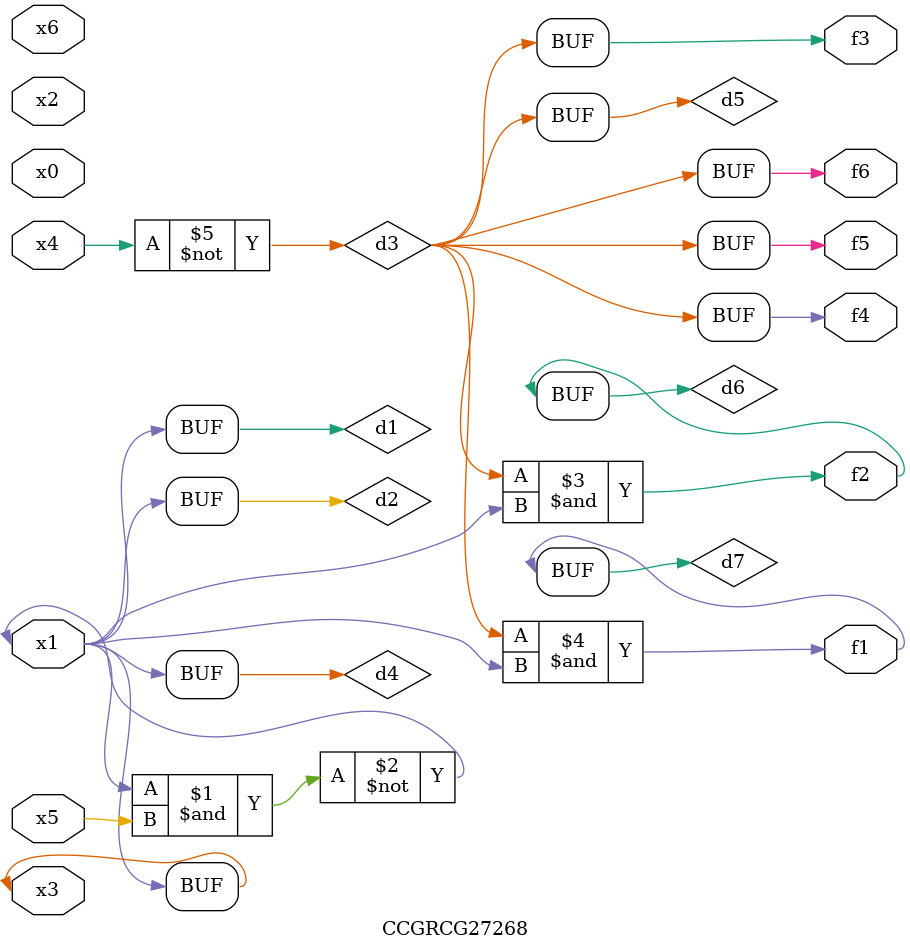
<source format=v>
module CCGRCG27268(
	input x0, x1, x2, x3, x4, x5, x6,
	output f1, f2, f3, f4, f5, f6
);

	wire d1, d2, d3, d4, d5, d6, d7;

	buf (d1, x1, x3);
	nand (d2, x1, x5);
	not (d3, x4);
	buf (d4, d1, d2);
	buf (d5, d3);
	and (d6, d3, d4);
	and (d7, d3, d4);
	assign f1 = d7;
	assign f2 = d6;
	assign f3 = d5;
	assign f4 = d5;
	assign f5 = d5;
	assign f6 = d5;
endmodule

</source>
